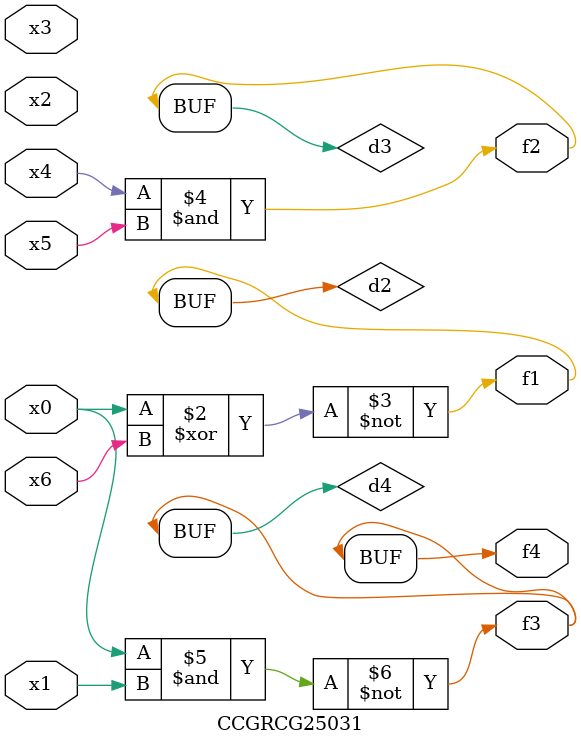
<source format=v>
module CCGRCG25031(
	input x0, x1, x2, x3, x4, x5, x6,
	output f1, f2, f3, f4
);

	wire d1, d2, d3, d4;

	nor (d1, x0);
	xnor (d2, x0, x6);
	and (d3, x4, x5);
	nand (d4, x0, x1);
	assign f1 = d2;
	assign f2 = d3;
	assign f3 = d4;
	assign f4 = d4;
endmodule

</source>
